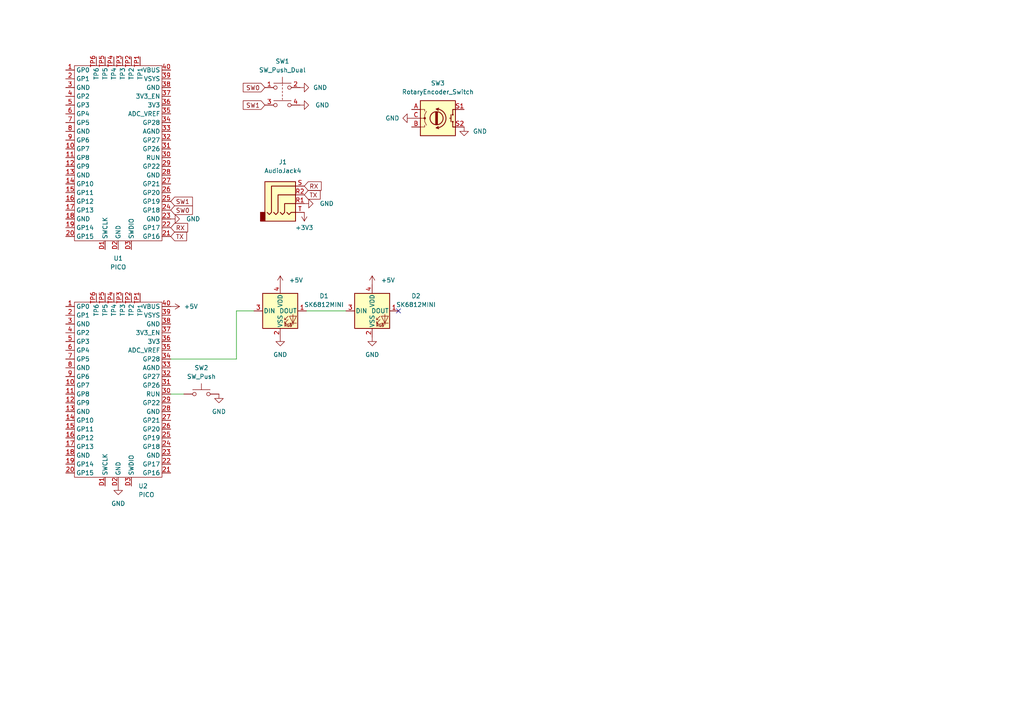
<source format=kicad_sch>
(kicad_sch (version 20211123) (generator eeschema)
  (paper "A4")
  (lib_symbols
    (symbol "Connector:AudioJack4"
      (property "Reference" "J" (at 0 8.89 0))
      (property "Value" "AudioJack4" (at 0 6.35 0))
      (symbol "AudioJack4_0_1"
        (rectangle (start -6.35 -5.08) (end -7.62 -7.62) (stroke (width 0.254)) (fill (type outline)))
        (polyline (pts (xy 0 -5.08) (xy 0.635 -5.715) (xy 1.27 -5.08) (xy 2.54 -5.08)) (stroke (width 0.254)))
        (polyline (pts (xy -5.715 -5.08) (xy -5.08 -5.715) (xy -4.445 -5.08) (xy -4.445 2.54) (xy 2.54 2.54)) (stroke (width 0.254)))
        (polyline (pts (xy -1.905 -5.08) (xy -1.27 -5.715) (xy -0.635 -5.08) (xy -0.635 -2.54) (xy 2.54 -2.54)) (stroke (width 0.254)))
        (polyline (pts (xy 2.54 0) (xy -2.54 0) (xy -2.54 -5.08) (xy -3.175 -5.715) (xy -3.81 -5.08)) (stroke (width 0.254)))
        (rectangle (start 2.54 3.81) (end -6.35 -7.62) (stroke (width 0.254)) (fill (type background)))
      )
      (symbol "AudioJack4_1_1"
        (pin passive line (at 5.08 -2.54 180) (length 2.54) (name "~") (number "R1"))
        (pin passive line (at 5.08 0 180) (length 2.54) (name "~") (number "R2"))
        (pin passive line (at 5.08 2.54 180) (length 2.54) (name "~") (number "S"))
        (pin passive line (at 5.08 -5.08 180) (length 2.54) (name "~") (number "T"))
      )
    )
    (symbol "Device:RotaryEncoder_Switch" (pin_names (offset 0.254) hide)
      (property "Reference" "SW" (at 0 6.604 0))
      (property "Value" "RotaryEncoder_Switch" (at 0 -6.604 0))
      (symbol "RotaryEncoder_Switch_0_1"
        (rectangle (start -5.08 5.08) (end 5.08 -5.08) (stroke (width 0.254)) (fill (type background)))
        (circle (center -3.81 0) (radius 0.254) (fill (type outline)))
        (arc (start -0.381 -2.794) (mid 2.3622 -0.0508) (end -0.381 2.667) (stroke (width 0.254)))
        (circle (center -0.381 0) (radius 1.905) (stroke (width 0.254)))
        (polyline (pts (xy -0.635 -1.778) (xy -0.635 1.778)) (stroke (width 0.254)))
        (polyline (pts (xy -0.381 -1.778) (xy -0.381 1.778)) (stroke (width 0.254)))
        (polyline (pts (xy -0.127 1.778) (xy -0.127 -1.778)) (stroke (width 0.254)))
        (polyline (pts (xy 3.81 0) (xy 3.429 0)) (stroke (width 0.254)))
        (polyline (pts (xy 3.81 1.016) (xy 3.81 -1.016)) (stroke (width 0.254)))
        (polyline (pts (xy -5.08 -2.54) (xy -3.81 -2.54) (xy -3.81 -2.032)))
        (polyline (pts (xy -5.08 2.54) (xy -3.81 2.54) (xy -3.81 2.032)))
        (polyline (pts (xy 0.254 -3.048) (xy -0.508 -2.794) (xy 0.127 -2.413)) (stroke (width 0.254)))
        (polyline (pts (xy 0.254 2.921) (xy -0.508 2.667) (xy 0.127 2.286)) (stroke (width 0.254)))
        (polyline (pts (xy 5.08 -2.54) (xy 4.318 -2.54) (xy 4.318 -1.016)) (stroke (width 0.254)))
        (polyline (pts (xy 5.08 2.54) (xy 4.318 2.54) (xy 4.318 1.016)) (stroke (width 0.254)))
        (polyline (pts (xy -5.08 0) (xy -3.81 0) (xy -3.81 -1.016) (xy -3.302 -2.032)))
        (polyline (pts (xy -4.318 0) (xy -3.81 0) (xy -3.81 1.016) (xy -3.302 2.032)))
        (circle (center 4.318 -1.016) (radius 0.127) (stroke (width 0.254)))
        (circle (center 4.318 1.016) (radius 0.127) (stroke (width 0.254)))
      )
      (symbol "RotaryEncoder_Switch_1_1"
        (pin passive line (at -7.62 2.54 0) (length 2.54) (name "A") (number "A"))
        (pin passive line (at -7.62 -2.54 0) (length 2.54) (name "B") (number "B"))
        (pin passive line (at -7.62 0 0) (length 2.54) (name "C") (number "C"))
        (pin passive line (at 7.62 2.54 180) (length 2.54) (name "S1") (number "S1"))
        (pin passive line (at 7.62 -2.54 180) (length 2.54) (name "S2") (number "S2"))
      )
    )
    (symbol "GND_1" (power) (pin_names (offset 0))
      (property "Value" "GND_1" (at 0 -3.81 0))
      (symbol "GND_1_0_1"
        (polyline (pts (xy 0 0) (xy 0 -1.27) (xy 1.27 -1.27) (xy 0 -2.54) (xy -1.27 -1.27) (xy 0 -1.27)))
      )
      (symbol "GND_1_1_1"
        (pin power_in line (at 0 0 270) (length 0) hide (name "GND") (number "1"))
      )
    )
    (symbol "LED:SK6812MINI" (pin_names (offset 0.254))
      (property "Reference" "D" (at 5.08 5.715 0))
      (property "Value" "SK6812MINI" (at 1.27 -5.715 0))
      (symbol "SK6812MINI_0_0"
        (text "RGB" (at 2.286 -4.191 0) (effects (font (size 0.762 0.762))))
      )
      (symbol "SK6812MINI_0_1"
        (polyline (pts (xy 1.27 -3.556) (xy 1.778 -3.556)))
        (polyline (pts (xy 1.27 -2.54) (xy 1.778 -2.54)))
        (polyline (pts (xy 4.699 -3.556) (xy 2.667 -3.556)))
        (polyline (pts (xy 2.286 -2.54) (xy 1.27 -3.556) (xy 1.27 -3.048)))
        (polyline (pts (xy 2.286 -1.524) (xy 1.27 -2.54) (xy 1.27 -2.032)))
        (polyline (pts (xy 3.683 -1.016) (xy 3.683 -3.556) (xy 3.683 -4.064)))
        (polyline (pts (xy 4.699 -1.524) (xy 2.667 -1.524) (xy 3.683 -3.556) (xy 4.699 -1.524)))
        (rectangle (start 5.08 5.08) (end -5.08 -5.08) (stroke (width 0.254)) (fill (type background)))
      )
      (symbol "SK6812MINI_1_1"
        (pin output line (at 7.62 0 180) (length 2.54) (name "DOUT") (number "1"))
        (pin power_in line (at 0 -7.62 90) (length 2.54) (name "VSS") (number "2"))
        (pin input line (at -7.62 0 0) (length 2.54) (name "DIN") (number "3"))
        (pin power_in line (at 0 7.62 270) (length 2.54) (name "VDD") (number "4"))
      )
    )
    (symbol "Switch:SW_Push" (pin_numbers hide) (pin_names (offset 1.016) hide)
      (property "Reference" "SW" (at 1.27 2.54 0))
      (property "Value" "SW_Push" (at 0 -1.524 0))
      (symbol "SW_Push_0_1"
        (circle (center -2.032 0) (radius 0.508))
        (polyline (pts (xy 0 1.27) (xy 0 3.048)))
        (polyline (pts (xy 2.54 1.27) (xy -2.54 1.27)))
        (circle (center 2.032 0) (radius 0.508))
        (pin passive line (at -5.08 0 0) (length 2.54) (name "1") (number "1"))
        (pin passive line (at 5.08 0 180) (length 2.54) (name "2") (number "2"))
      )
    )
    (symbol "Switch:SW_Push_Dual" (pin_names (offset 1.016) hide)
      (property "Reference" "SW" (at 1.27 2.54 0))
      (property "Value" "SW_Push_Dual" (at 0 -6.858 0))
      (symbol "SW_Push_Dual_0_1"
        (circle (center -2.032 -5.08) (radius 0.508))
        (circle (center -2.032 0) (radius 0.508))
        (polyline (pts (xy 0 -3.048) (xy 0 -3.556)))
        (polyline (pts (xy 0 -2.032) (xy 0 -2.54)))
        (polyline (pts (xy 0 -1.524) (xy 0 -1.016)))
        (polyline (pts (xy 0 -0.508) (xy 0 0)))
        (polyline (pts (xy 0 0.508) (xy 0 1.016)))
        (polyline (pts (xy 0 1.27) (xy 0 3.048)))
        (polyline (pts (xy 2.54 -3.81) (xy -2.54 -3.81)))
        (polyline (pts (xy 2.54 1.27) (xy -2.54 1.27)))
        (circle (center 2.032 -5.08) (radius 0.508))
        (circle (center 2.032 0) (radius 0.508))
        (pin passive line (at -5.08 0 0) (length 2.54) (name "1") (number "1"))
        (pin passive line (at 5.08 0 180) (length 2.54) (name "2") (number "2"))
        (pin passive line (at -5.08 -5.08 0) (length 2.54) (name "3") (number "3"))
        (pin passive line (at 5.08 -5.08 180) (length 2.54) (name "4") (number "4"))
      )
    )
    (symbol "ckcfp-modules:RP_PICO"
      (property "Reference" "U" (at -12.7 -55.88 0))
      (property "Value" "RP_PICO" (at -12.7 -53.34 0))
      (symbol "RP_PICO_0_1"
        (rectangle (start -12.7 0) (end 12.7 -50.8) (stroke (width 0.1524)))
      )
      (symbol "RP_PICO_1_1"
        (pin input line (at -15.24 -1.27 0) (length 2.54) (name "GP0") (number "1"))
        (pin input line (at -15.24 -24.13 0) (length 2.54) (name "GP7") (number "10"))
        (pin input line (at -15.24 -26.67 0) (length 2.54) (name "GP8") (number "11"))
        (pin input line (at -15.24 -29.21 0) (length 2.54) (name "GP9") (number "12"))
        (pin input line (at -15.24 -31.75 0) (length 2.54) (name "GND") (number "13"))
        (pin input line (at -15.24 -34.29 0) (length 2.54) (name "GP10") (number "14"))
        (pin input line (at -15.24 -36.83 0) (length 2.54) (name "GP11") (number "15"))
        (pin input line (at -15.24 -39.37 0) (length 2.54) (name "GP12") (number "16"))
        (pin input line (at -15.24 -41.91 0) (length 2.54) (name "GP13") (number "17"))
        (pin input line (at -15.24 -44.45 0) (length 2.54) (name "GND") (number "18"))
        (pin input line (at -15.24 -46.99 0) (length 2.54) (name "GP14") (number "19"))
        (pin input line (at -15.24 -3.81 0) (length 2.54) (name "GP1") (number "2"))
        (pin input line (at -15.24 -49.53 0) (length 2.54) (name "GP15") (number "20"))
        (pin input line (at 15.24 -49.53 180) (length 2.54) (name "GP16") (number "21"))
        (pin input line (at 15.24 -46.99 180) (length 2.54) (name "GP17") (number "22"))
        (pin input line (at 15.24 -44.45 180) (length 2.54) (name "GND") (number "23"))
        (pin input line (at 15.24 -41.91 180) (length 2.54) (name "GP18") (number "24"))
        (pin input line (at 15.24 -39.37 180) (length 2.54) (name "GP19") (number "25"))
        (pin input line (at 15.24 -36.83 180) (length 2.54) (name "GP20") (number "26"))
        (pin input line (at 15.24 -34.29 180) (length 2.54) (name "GP21") (number "27"))
        (pin input line (at 15.24 -31.75 180) (length 2.54) (name "GND") (number "28"))
        (pin input line (at 15.24 -29.21 180) (length 2.54) (name "GP22") (number "29"))
        (pin input line (at -15.24 -6.35 0) (length 2.54) (name "GND") (number "3"))
        (pin input line (at 15.24 -26.67 180) (length 2.54) (name "RUN") (number "30"))
        (pin input line (at 15.24 -24.13 180) (length 2.54) (name "GP26") (number "31"))
        (pin input line (at 15.24 -21.59 180) (length 2.54) (name "GP27") (number "32"))
        (pin input line (at 15.24 -19.05 180) (length 2.54) (name "AGND") (number "33"))
        (pin input line (at 15.24 -16.51 180) (length 2.54) (name "GP28") (number "34"))
        (pin input line (at 15.24 -13.97 180) (length 2.54) (name "ADC_VREF") (number "35"))
        (pin input line (at 15.24 -11.43 180) (length 2.54) (name "3V3") (number "36"))
        (pin input line (at 15.24 -8.89 180) (length 2.54) (name "3V3_EN") (number "37"))
        (pin input line (at 15.24 -6.35 180) (length 2.54) (name "GND") (number "38"))
        (pin input line (at 15.24 -3.81 180) (length 2.54) (name "VSYS") (number "39"))
        (pin input line (at -15.24 -8.89 0) (length 2.54) (name "GP2") (number "4"))
        (pin input line (at 15.24 -1.27 180) (length 2.54) (name "VBUS") (number "40"))
        (pin input line (at -15.24 -11.43 0) (length 2.54) (name "GP3") (number "5"))
        (pin input line (at -15.24 -13.97 0) (length 2.54) (name "GP4") (number "6"))
        (pin input line (at -15.24 -16.51 0) (length 2.54) (name "GP5") (number "7"))
        (pin input line (at -15.24 -19.05 0) (length 2.54) (name "GND") (number "8"))
        (pin input line (at -15.24 -21.59 0) (length 2.54) (name "GP6") (number "9"))
        (pin input line (at -3.81 -53.34 90) (length 2.54) (name "SWCLK") (number "D1"))
        (pin input line (at 0 -53.34 90) (length 2.54) (name "GND") (number "D2"))
        (pin input line (at 3.81 -53.34 90) (length 2.54) (name "SWDIO") (number "D3"))
        (pin output line (at 6.35 2.54 270) (length 2.54) (name "TP1") (number "TP1"))
        (pin output line (at 3.81 2.54 270) (length 2.54) (name "TP2") (number "TP2"))
        (pin output line (at 1.27 2.54 270) (length 2.54) (name "TP3") (number "TP3"))
        (pin output line (at -1.27 2.54 270) (length 2.54) (name "TP4") (number "TP4"))
        (pin output line (at -3.81 2.54 270) (length 2.54) (name "TP5") (number "TP5"))
        (pin output line (at -6.35 2.54 270) (length 2.54) (name "TP6") (number "TP6"))
      )
    )
    (symbol "power:+3V3" (power) (pin_names (offset 0))
      (property "Value" "+3V3" (at 0 3.556 0))
      (symbol "+3V3_0_1"
        (polyline (pts (xy -0.762 1.27) (xy 0 2.54)))
        (polyline (pts (xy 0 0) (xy 0 2.54)))
        (polyline (pts (xy 0 2.54) (xy 0.762 1.27)))
      )
      (symbol "+3V3_1_1"
        (pin power_in line (at 0 0 90) (length 0) hide (name "+3V3") (number "1"))
      )
    )
    (symbol "power:+5V" (power) (pin_names (offset 0))
      (property "Value" "+5V" (at 0 3.556 0))
      (symbol "+5V_0_1"
        (polyline (pts (xy -0.762 1.27) (xy 0 2.54)))
        (polyline (pts (xy 0 0) (xy 0 2.54)))
        (polyline (pts (xy 0 2.54) (xy 0.762 1.27)))
      )
      (symbol "+5V_1_1"
        (pin power_in line (at 0 0 90) (length 0) hide (name "+5V") (number "1"))
      )
    )
    (symbol "power:GND" (power) (pin_names (offset 0))
      (property "Value" "GND" (at 0 -3.81 0))
      (symbol "GND_0_1"
        (polyline (pts (xy 0 0) (xy 0 -1.27) (xy 1.27 -1.27) (xy 0 -2.54) (xy -1.27 -1.27) (xy 0 -1.27)))
      )
      (symbol "GND_1_1"
        (pin power_in line (at 0 0 270) (length 0) hide (name "GND") (number "1"))
      )
    )
  )
  (no_connect (at 115.57 90.17))
  (wire (pts (xy 73.66 90.17) (xy 68.58 90.17)))
  (wire (pts (xy 49.53 114.3) (xy 53.34 114.3)))
  (wire (pts (xy 68.58 90.17) (xy 68.58 104.14)))
  (wire (pts (xy 68.58 104.14) (xy 49.53 104.14)))
  (wire (pts (xy 88.9 90.17) (xy 100.33 90.17)))
  (global_label "SW0" (shape input) (at 76.835 25.4 180) (property "Intersheet References" "${INTERSHEET_REFS}" (effects hide)))
  (global_label "SW1" (shape input) (at 76.835 30.48 180) (property "Intersheet References" "${INTERSHEET_REFS}" (effects hide)))
  (global_label "RX" (shape input) (at 88.265 53.975 0) (property "Intersheet References" "${INTERSHEET_REFS}" (effects hide)))
  (global_label "SW1" (shape input) (at 49.53 58.42 0) (property "Intersheet References" "${INTERSHEET_REFS}" (effects hide)))
  (global_label "SW0" (shape input) (at 49.53 60.96 0) (property "Intersheet References" "${INTERSHEET_REFS}" (effects hide)))
  (global_label "TX" (shape input) (at 88.265 56.515 0) (property "Intersheet References" "${INTERSHEET_REFS}" (effects hide)))
  (global_label "RX" (shape input) (at 49.53 66.04 0) (property "Intersheet References" "${INTERSHEET_REFS}" (effects hide)))
  (global_label "TX" (shape input) (at 49.53 68.58 0) (property "Intersheet References" "${INTERSHEET_REFS}" (effects hide)))
  (symbol (lib_id "Switch:SW_Push") (at 58.42 114.3 0) (unit 1)
    (property "Reference" "SW2" (at 58.42 106.68 0))
    (property "Value" "SW_Push" (at 58.42 109.22 0))
    (property "Footprint" "ckcfp-switches:pts526_sm15_smtr2_lfs" (effects hide))
  )
  (symbol (lib_id "power:+3V3") (at 88.265 61.595 180) (unit 1)
    (property "Reference" "#PWR0101" (effects hide))
    (property "Value" "+3V3" (at 88.265 66.04 0))
  )
  (symbol (lib_id "power:+5V") (at 107.95 82.55 0) (unit 1)
    (property "Reference" "#PWR0112" (effects hide))
    (property "Value" "+5V" (at 110.49 81.2799 0) (effects (justify left)))
  )
  (symbol (lib_name "GND_1") (lib_id "power:GND") (at 81.28 97.79 0) (unit 1)
    (property "Reference" "#PWR0109" (effects hide))
    (property "Value" "GND" (at 81.28 102.87 0))
  )
  (symbol (lib_id "power:+5V") (at 81.28 82.55 0) (unit 1)
    (property "Reference" "#PWR0110" (effects hide))
    (property "Value" "+5V" (at 83.82 81.2799 0) (effects (justify left)))
  )
  (symbol (lib_name "GND_1") (lib_id "power:GND") (at 63.5 114.3 0) (unit 1)
    (property "Reference" "#PWR0107" (effects hide))
    (property "Value" "GND" (at 63.5 119.38 0))
  )
  (symbol (lib_id "power:GND") (at 88.265 59.055 90) (unit 1)
    (property "Reference" "#PWR0102" (effects hide))
    (property "Value" "GND" (at 92.71 59.0549 90) (effects (justify right)))
  )
  (symbol (lib_id "ckcfp-modules:RP_PICO") (at 34.29 87.63 0) (unit 1)
    (property "Reference" "U2" (at 40.1194 140.97 0) (effects (justify left)))
    (property "Value" "PICO" (at 40.1194 143.51 0) (effects (justify left)))
    (property "Footprint" "ckcfp-modules:raspberrypi_pico_tht" (effects hide))
  )
  (symbol (lib_id "Switch:SW_Push_Dual") (at 81.915 25.4 0) (unit 1)
    (property "Reference" "SW1" (at 81.915 17.78 0))
    (property "Value" "SW_Push_Dual" (at 81.915 20.32 0))
    (property "Footprint" "ckcfp-switches:Kailh_PG1232" (effects hide))
  )
  (symbol (lib_name "GND_1") (lib_id "power:GND") (at 119.38 34.29 270) (unit 1)
    (property "Reference" "#PWR0114" (effects hide))
    (property "Value" "GND" (at 111.76 34.29 90) (effects (justify left)))
  )
  (symbol (lib_id "LED:SK6812MINI") (at 81.28 90.17 0) (unit 1)
    (property "Reference" "D1" (at 93.98 85.8393 0))
    (property "Value" "SK6812MINI" (at 93.98 88.3793 0))
    (property "Footprint" "ckcfp-ics:SK6812MINI_E" (effects hide))
    (property "Datasheet" "https://cdn-shop.adafruit.com/product-files/2686/SK6812MINI_REV.01-1-2.pdf" (effects hide))
  )
  (symbol (lib_id "power:+5V") (at 49.53 88.9 270) (unit 1)
    (property "Reference" "#PWR0108" (effects hide))
    (property "Value" "+5V" (at 53.34 88.8999 90) (effects (justify left)))
  )
  (symbol (lib_id "power:GND") (at 49.53 63.5 90) (unit 1)
    (property "Reference" "#PWR0104" (effects hide))
    (property "Value" "GND" (at 53.975 63.4999 90) (effects (justify right)))
  )
  (symbol (lib_id "Connector:AudioJack4") (at 83.185 56.515 0) (unit 1)
    (property "Reference" "J1" (at 82.042 46.99 0))
    (property "Value" "AudioJack4" (at 82.042 49.53 0))
    (property "Footprint" "ckcfp-connectors:TRRS_Socket_54-00177" (effects hide))
  )
  (symbol (lib_id "Device:RotaryEncoder_Switch") (at 127 34.29 0) (unit 1)
    (property "Reference" "SW3" (at 127 24.13 0))
    (property "Value" "RotaryEncoder_Switch" (at 127 26.67 0))
    (property "Footprint" "ckcfp-switches:PEC11R_4220F_S0024" (effects hide))
  )
  (symbol (lib_id "power:GND") (at 86.995 30.48 90) (unit 1)
    (property "Reference" "#PWR0105" (effects hide))
    (property "Value" "GND" (at 91.44 30.4799 90) (effects (justify right)))
  )
  (symbol (lib_id "power:GND") (at 86.995 25.4 90) (unit 1)
    (property "Reference" "#PWR0103" (effects hide))
    (property "Value" "GND" (at 90.805 25.3999 90) (effects (justify right)))
  )
  (symbol (lib_id "ckcfp-modules:RP_PICO") (at 34.29 19.05 0) (unit 1)
    (property "Reference" "U1" (at 34.29 74.93 0))
    (property "Value" "PICO" (at 34.29 77.47 0))
    (property "Footprint" "ckcfp-modules:raspberrypi_pico" (effects hide))
  )
  (symbol (lib_name "GND_1") (lib_id "power:GND") (at 134.62 36.83 0) (unit 1)
    (property "Reference" "#PWR0113" (effects hide))
    (property "Value" "GND" (at 137.16 38.0999 0) (effects (justify left)))
  )
  (symbol (lib_name "GND_1") (lib_id "power:GND") (at 107.95 97.79 0) (unit 1)
    (property "Reference" "#PWR0111" (effects hide))
    (property "Value" "GND" (at 107.95 102.87 0))
  )
  (symbol (lib_id "LED:SK6812MINI") (at 107.95 90.17 0) (unit 1)
    (property "Reference" "D2" (at 120.65 85.8393 0))
    (property "Value" "SK6812MINI" (at 120.65 88.3793 0))
    (property "Footprint" "ckcfp-ics:SK6812MINI_E" (effects hide))
    (property "Datasheet" "https://cdn-shop.adafruit.com/product-files/2686/SK6812MINI_REV.01-1-2.pdf" (effects hide))
  )
  (symbol (lib_name "GND_1") (lib_id "power:GND") (at 34.29 140.97 0) (unit 1)
    (property "Reference" "#PWR0106" (effects hide))
    (property "Value" "GND" (at 34.29 146.05 0))
  )
)
</source>
